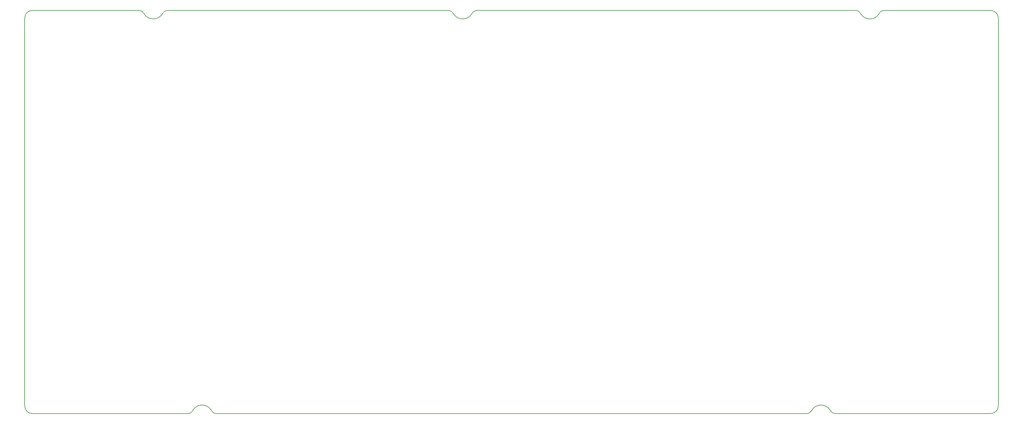
<source format=gm1>
G04 #@! TF.GenerationSoftware,KiCad,Pcbnew,(5.1.4)-1*
G04 #@! TF.CreationDate,2021-10-30T23:29:11+08:00*
G04 #@! TF.ProjectId,bakeneko-60-pcb,62616b65-6e65-46b6-9f2d-36302d706362,rev?*
G04 #@! TF.SameCoordinates,Original*
G04 #@! TF.FileFunction,Profile,NP*
%FSLAX46Y46*%
G04 Gerber Fmt 4.6, Leading zero omitted, Abs format (unit mm)*
G04 Created by KiCad (PCBNEW (5.1.4)-1) date 2021-10-30 23:29:11*
%MOMM*%
%LPD*%
G04 APERTURE LIST*
%ADD10C,0.200000*%
G04 APERTURE END LIST*
D10*
X275700000Y-82950000D02*
G75*
G02X273450000Y-85200000I-2250000J0D01*
G01*
X273450000Y32812500D02*
G75*
G02X275700000Y30562500I0J-2250000D01*
G01*
X240918072Y32006048D02*
G75*
G02X242248106Y32812500I1330034J-693548D01*
G01*
X221044427Y-84393548D02*
G75*
G02X226630572Y-84393548I2793073J-1456452D01*
G01*
X227960606Y-85200000D02*
G75*
G02X226630572Y-84393548I0J1500000D01*
G01*
X234001894Y32812500D02*
G75*
G02X235331929Y32006049I1J-1500000D01*
G01*
X24451894Y32812500D02*
G75*
G02X25781929Y32006049I1J-1500000D01*
G01*
X219714395Y-85200000D02*
X46985606Y-85200000D01*
X273450000Y-85200000D02*
X227960606Y-85200000D01*
X273450000Y32812500D02*
X242248106Y32812500D01*
X114939394Y32812500D02*
G75*
G02X116269429Y32006049I1J-1500000D01*
G01*
X-9000000Y30562500D02*
G75*
G02X-6750000Y32812500I2250000J0D01*
G01*
X234001895Y32812500D02*
X123185606Y32812500D01*
X-9000000Y-82950000D02*
X-9000000Y30562500D01*
X31368071Y32006049D02*
G75*
G02X25781929Y32006049I-2793071J1456451D01*
G01*
X40069427Y-84393548D02*
G75*
G02X45655572Y-84393548I2793073J-1456452D01*
G01*
X-6750000Y-85200000D02*
G75*
G02X-9000000Y-82950000I0J2250000D01*
G01*
X114939395Y32812500D02*
X32698106Y32812500D01*
X121855572Y32006048D02*
G75*
G02X123185606Y32812500I1330034J-693548D01*
G01*
X38739395Y-85200000D02*
X-6750000Y-85200000D01*
X31368072Y32006048D02*
G75*
G02X32698106Y32812500I1330034J-693548D01*
G01*
X40069429Y-84393548D02*
G75*
G02X38739395Y-85200000I-1330034J693548D01*
G01*
X46985606Y-85200000D02*
G75*
G02X45655572Y-84393548I0J1500000D01*
G01*
X275700000Y-82950000D02*
X275700000Y30562500D01*
X240918071Y32006049D02*
G75*
G02X235331929Y32006049I-2793071J1456451D01*
G01*
X24451895Y32812500D02*
X-6750000Y32812500D01*
X121855571Y32006049D02*
G75*
G02X116269429Y32006049I-2793071J1456451D01*
G01*
X221044429Y-84393548D02*
G75*
G02X219714395Y-85200000I-1330034J693548D01*
G01*
M02*

</source>
